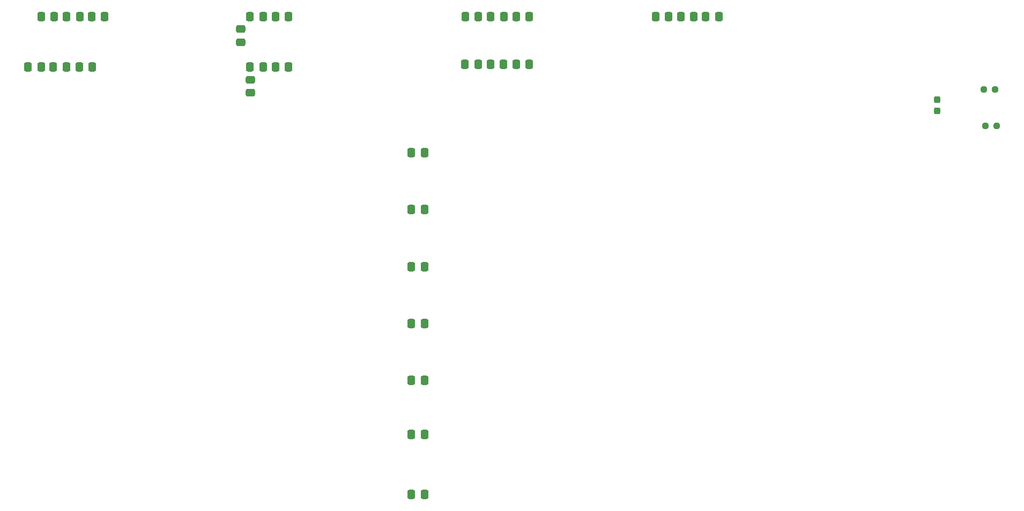
<source format=gbr>
%TF.GenerationSoftware,KiCad,Pcbnew,8.0.5*%
%TF.CreationDate,2024-09-21T15:40:11-07:00*%
%TF.ProjectId,MRIRobot_PCB,4d524952-6f62-46f7-945f-5043422e6b69,rev?*%
%TF.SameCoordinates,Original*%
%TF.FileFunction,Paste,Bot*%
%TF.FilePolarity,Positive*%
%FSLAX46Y46*%
G04 Gerber Fmt 4.6, Leading zero omitted, Abs format (unit mm)*
G04 Created by KiCad (PCBNEW 8.0.5) date 2024-09-21 15:40:11*
%MOMM*%
%LPD*%
G01*
G04 APERTURE LIST*
G04 Aperture macros list*
%AMRoundRect*
0 Rectangle with rounded corners*
0 $1 Rounding radius*
0 $2 $3 $4 $5 $6 $7 $8 $9 X,Y pos of 4 corners*
0 Add a 4 corners polygon primitive as box body*
4,1,4,$2,$3,$4,$5,$6,$7,$8,$9,$2,$3,0*
0 Add four circle primitives for the rounded corners*
1,1,$1+$1,$2,$3*
1,1,$1+$1,$4,$5*
1,1,$1+$1,$6,$7*
1,1,$1+$1,$8,$9*
0 Add four rect primitives between the rounded corners*
20,1,$1+$1,$2,$3,$4,$5,0*
20,1,$1+$1,$4,$5,$6,$7,0*
20,1,$1+$1,$6,$7,$8,$9,0*
20,1,$1+$1,$8,$9,$2,$3,0*%
G04 Aperture macros list end*
%ADD10RoundRect,0.250000X-0.337500X-0.475000X0.337500X-0.475000X0.337500X0.475000X-0.337500X0.475000X0*%
%ADD11RoundRect,0.250000X0.337500X0.475000X-0.337500X0.475000X-0.337500X-0.475000X0.337500X-0.475000X0*%
%ADD12RoundRect,0.237500X0.237500X-0.300000X0.237500X0.300000X-0.237500X0.300000X-0.237500X-0.300000X0*%
%ADD13RoundRect,0.250000X0.475000X-0.337500X0.475000X0.337500X-0.475000X0.337500X-0.475000X-0.337500X0*%
%ADD14RoundRect,0.237500X0.250000X0.237500X-0.250000X0.237500X-0.250000X-0.237500X0.250000X-0.237500X0*%
G04 APERTURE END LIST*
D10*
%TO.C,R53*%
X120962500Y-140000000D03*
X123037500Y-140000000D03*
%TD*%
D11*
%TO.C,R73*%
X101537500Y-74000000D03*
X99462500Y-74000000D03*
%TD*%
D10*
%TO.C,R76*%
X60425000Y-82000000D03*
X62500000Y-82000000D03*
%TD*%
%TO.C,C7*%
X133425000Y-81500000D03*
X135500000Y-81500000D03*
%TD*%
D11*
%TO.C,R55*%
X169500000Y-74000000D03*
X167425000Y-74000000D03*
%TD*%
D12*
%TO.C,C1*%
X204000000Y-88862500D03*
X204000000Y-87137500D03*
%TD*%
D10*
%TO.C,C14*%
X95462500Y-74000000D03*
X97537500Y-74000000D03*
%TD*%
D11*
%TO.C,R61*%
X139575000Y-81500000D03*
X137500000Y-81500000D03*
%TD*%
D10*
%TO.C,R47*%
X120925000Y-95500000D03*
X123000000Y-95500000D03*
%TD*%
%TO.C,R60*%
X129425000Y-81500000D03*
X131500000Y-81500000D03*
%TD*%
D13*
%TO.C,R66*%
X95500000Y-86037500D03*
X95500000Y-83962500D03*
%TD*%
D14*
%TO.C,R13*%
X213162500Y-85500000D03*
X211337500Y-85500000D03*
%TD*%
D10*
%TO.C,C12*%
X133462500Y-74000000D03*
X135537500Y-74000000D03*
%TD*%
D11*
%TO.C,R77*%
X70575000Y-82000000D03*
X68500000Y-82000000D03*
%TD*%
D10*
%TO.C,C16*%
X66500000Y-74000000D03*
X68575000Y-74000000D03*
%TD*%
%TO.C,R64*%
X129462500Y-74000000D03*
X131537500Y-74000000D03*
%TD*%
%TO.C,R78*%
X62500000Y-74000000D03*
X64575000Y-74000000D03*
%TD*%
%TO.C,R52*%
X120925000Y-122500000D03*
X123000000Y-122500000D03*
%TD*%
%TO.C,C6*%
X163500000Y-74000000D03*
X165575000Y-74000000D03*
%TD*%
D14*
%TO.C,R14*%
X213412500Y-91250000D03*
X211587500Y-91250000D03*
%TD*%
D11*
%TO.C,R79*%
X72500000Y-74000000D03*
X70425000Y-74000000D03*
%TD*%
D10*
%TO.C,C13*%
X95462500Y-82000000D03*
X97537500Y-82000000D03*
%TD*%
%TO.C,R49*%
X120925000Y-131500000D03*
X123000000Y-131500000D03*
%TD*%
%TO.C,R48*%
X120925000Y-113500000D03*
X123000000Y-113500000D03*
%TD*%
D11*
%TO.C,R65*%
X139575000Y-74000000D03*
X137500000Y-74000000D03*
%TD*%
D10*
%TO.C,C15*%
X64387500Y-82000000D03*
X66462500Y-82000000D03*
%TD*%
D13*
%TO.C,R72*%
X94000000Y-78037500D03*
X94000000Y-75962500D03*
%TD*%
D10*
%TO.C,R51*%
X120925000Y-104500000D03*
X123000000Y-104500000D03*
%TD*%
%TO.C,R50*%
X120925000Y-149500000D03*
X123000000Y-149500000D03*
%TD*%
%TO.C,R54*%
X159500000Y-74000000D03*
X161575000Y-74000000D03*
%TD*%
D11*
%TO.C,R67*%
X101575000Y-82000000D03*
X99500000Y-82000000D03*
%TD*%
M02*

</source>
